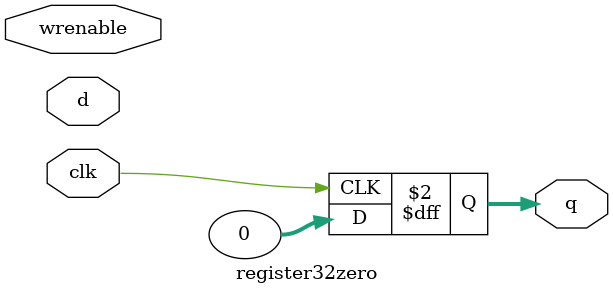
<source format=v>
module register
(
output reg	q,
input		d,
input		wrenable,
input		clk
);

    always @(posedge clk) begin
        if(wrenable) begin
            q = d;
        end
    end

endmodule

module register32 (
output reg[31:0] q,
input[31:0] d,
input wrenable,
input clk
);
	always @(posedge clk) begin
		if(wrenable) begin
			q = d;
		end
	end
endmodule

module register32zero (
output reg[31:0] q,
input[31:0] d,
input wrenable,
input clk
);
	always @(posedge clk) begin
		q = 0;
	end
endmodule

</source>
